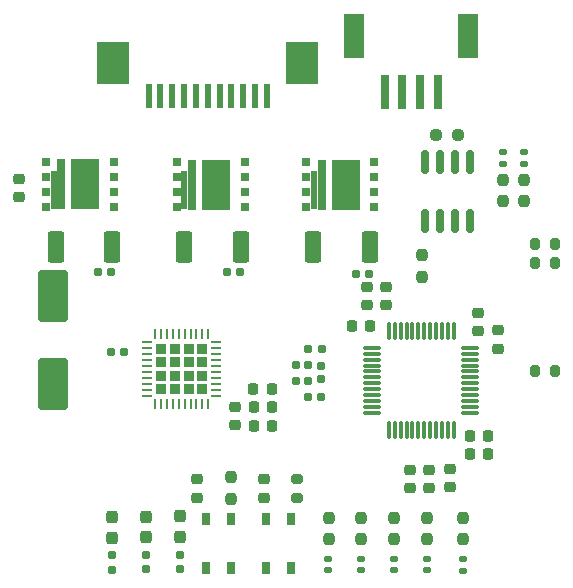
<source format=gtp>
G04 #@! TF.GenerationSoftware,KiCad,Pcbnew,6.0.11-2627ca5db0~126~ubuntu20.04.1*
G04 #@! TF.CreationDate,2024-01-15T23:09:37+09:00*
G04 #@! TF.ProjectId,motor_driver,6d6f746f-725f-4647-9269-7665722e6b69,rev?*
G04 #@! TF.SameCoordinates,Original*
G04 #@! TF.FileFunction,Paste,Top*
G04 #@! TF.FilePolarity,Positive*
%FSLAX46Y46*%
G04 Gerber Fmt 4.6, Leading zero omitted, Abs format (unit mm)*
G04 Created by KiCad (PCBNEW 6.0.11-2627ca5db0~126~ubuntu20.04.1) date 2024-01-15 23:09:37*
%MOMM*%
%LPD*%
G01*
G04 APERTURE LIST*
G04 Aperture macros list*
%AMRoundRect*
0 Rectangle with rounded corners*
0 $1 Rounding radius*
0 $2 $3 $4 $5 $6 $7 $8 $9 X,Y pos of 4 corners*
0 Add a 4 corners polygon primitive as box body*
4,1,4,$2,$3,$4,$5,$6,$7,$8,$9,$2,$3,0*
0 Add four circle primitives for the rounded corners*
1,1,$1+$1,$2,$3*
1,1,$1+$1,$4,$5*
1,1,$1+$1,$6,$7*
1,1,$1+$1,$8,$9*
0 Add four rect primitives between the rounded corners*
20,1,$1+$1,$2,$3,$4,$5,0*
20,1,$1+$1,$4,$5,$6,$7,0*
20,1,$1+$1,$6,$7,$8,$9,0*
20,1,$1+$1,$8,$9,$2,$3,0*%
G04 Aperture macros list end*
%ADD10RoundRect,0.225000X-0.225000X-0.250000X0.225000X-0.250000X0.225000X0.250000X-0.225000X0.250000X0*%
%ADD11RoundRect,0.147500X0.172500X-0.147500X0.172500X0.147500X-0.172500X0.147500X-0.172500X-0.147500X0*%
%ADD12RoundRect,0.250000X-1.000000X1.950000X-1.000000X-1.950000X1.000000X-1.950000X1.000000X1.950000X0*%
%ADD13RoundRect,0.249999X0.450001X1.075001X-0.450001X1.075001X-0.450001X-1.075001X0.450001X-1.075001X0*%
%ADD14RoundRect,0.075000X-0.662500X-0.075000X0.662500X-0.075000X0.662500X0.075000X-0.662500X0.075000X0*%
%ADD15RoundRect,0.075000X-0.075000X-0.662500X0.075000X-0.662500X0.075000X0.662500X-0.075000X0.662500X0*%
%ADD16RoundRect,0.155000X-0.212500X-0.155000X0.212500X-0.155000X0.212500X0.155000X-0.212500X0.155000X0*%
%ADD17RoundRect,0.155000X0.212500X0.155000X-0.212500X0.155000X-0.212500X-0.155000X0.212500X-0.155000X0*%
%ADD18R,0.800000X2.900000*%
%ADD19R,1.800000X3.800000*%
%ADD20RoundRect,0.225000X-0.250000X0.225000X-0.250000X-0.225000X0.250000X-0.225000X0.250000X0.225000X0*%
%ADD21RoundRect,0.160000X0.197500X0.160000X-0.197500X0.160000X-0.197500X-0.160000X0.197500X-0.160000X0*%
%ADD22RoundRect,0.200000X-0.200000X-0.275000X0.200000X-0.275000X0.200000X0.275000X-0.200000X0.275000X0*%
%ADD23RoundRect,0.237500X0.237500X-0.250000X0.237500X0.250000X-0.237500X0.250000X-0.237500X-0.250000X0*%
%ADD24R,0.650000X1.050000*%
%ADD25RoundRect,0.175000X-0.175000X0.200000X-0.175000X-0.200000X0.175000X-0.200000X0.175000X0.200000X0*%
%ADD26R,0.610000X2.000000*%
%ADD27R,2.680000X3.600000*%
%ADD28RoundRect,0.160000X-0.160000X0.197500X-0.160000X-0.197500X0.160000X-0.197500X0.160000X0.197500X0*%
%ADD29RoundRect,0.200000X-0.275000X0.200000X-0.275000X-0.200000X0.275000X-0.200000X0.275000X0.200000X0*%
%ADD30R,0.800000X0.750000*%
%ADD31R,2.400000X4.200000*%
%ADD32R,0.750000X4.200000*%
%ADD33R,0.550000X3.280000*%
%ADD34RoundRect,0.150000X0.150000X-0.825000X0.150000X0.825000X-0.150000X0.825000X-0.150000X-0.825000X0*%
%ADD35RoundRect,0.237500X0.237500X-0.287500X0.237500X0.287500X-0.237500X0.287500X-0.237500X-0.287500X0*%
%ADD36RoundRect,0.237500X-0.250000X-0.237500X0.250000X-0.237500X0.250000X0.237500X-0.250000X0.237500X0*%
%ADD37RoundRect,0.225000X0.250000X-0.225000X0.250000X0.225000X-0.250000X0.225000X-0.250000X-0.225000X0*%
%ADD38RoundRect,0.237500X-0.237500X0.250000X-0.237500X-0.250000X0.237500X-0.250000X0.237500X0.250000X0*%
%ADD39RoundRect,0.147500X-0.172500X0.147500X-0.172500X-0.147500X0.172500X-0.147500X0.172500X0.147500X0*%
%ADD40RoundRect,0.155000X-0.155000X0.212500X-0.155000X-0.212500X0.155000X-0.212500X0.155000X0.212500X0*%
%ADD41RoundRect,0.249999X-0.450001X-1.075001X0.450001X-1.075001X0.450001X1.075001X-0.450001X1.075001X0*%
%ADD42RoundRect,0.225000X0.225000X0.250000X-0.225000X0.250000X-0.225000X-0.250000X0.225000X-0.250000X0*%
%ADD43RoundRect,0.232500X0.232500X0.232500X-0.232500X0.232500X-0.232500X-0.232500X0.232500X-0.232500X0*%
%ADD44RoundRect,0.062500X0.350000X0.062500X-0.350000X0.062500X-0.350000X-0.062500X0.350000X-0.062500X0*%
%ADD45RoundRect,0.062500X0.062500X0.350000X-0.062500X0.350000X-0.062500X-0.350000X0.062500X-0.350000X0*%
G04 APERTURE END LIST*
D10*
X112478000Y-108559600D03*
X114028000Y-108559600D03*
D11*
X124358400Y-123857100D03*
X124358400Y-122887100D03*
D12*
X95504000Y-100694000D03*
X95504000Y-108094000D03*
D13*
X122332000Y-96470380D03*
X117532000Y-96470380D03*
D14*
X122532700Y-105047600D03*
X122532700Y-105547600D03*
X122532700Y-106047600D03*
X122532700Y-106547600D03*
X122532700Y-107047600D03*
X122532700Y-107547600D03*
X122532700Y-108047600D03*
X122532700Y-108547600D03*
X122532700Y-109047600D03*
X122532700Y-109547600D03*
X122532700Y-110047600D03*
X122532700Y-110547600D03*
D15*
X123945200Y-111960100D03*
X124445200Y-111960100D03*
X124945200Y-111960100D03*
X125445200Y-111960100D03*
X125945200Y-111960100D03*
X126445200Y-111960100D03*
X126945200Y-111960100D03*
X127445200Y-111960100D03*
X127945200Y-111960100D03*
X128445200Y-111960100D03*
X128945200Y-111960100D03*
X129445200Y-111960100D03*
D14*
X130857700Y-110547600D03*
X130857700Y-110047600D03*
X130857700Y-109547600D03*
X130857700Y-109047600D03*
X130857700Y-108547600D03*
X130857700Y-108047600D03*
X130857700Y-107547600D03*
X130857700Y-107047600D03*
X130857700Y-106547600D03*
X130857700Y-106047600D03*
X130857700Y-105547600D03*
X130857700Y-105047600D03*
D15*
X129445200Y-103635100D03*
X128945200Y-103635100D03*
X128445200Y-103635100D03*
X127945200Y-103635100D03*
X127445200Y-103635100D03*
X126945200Y-103635100D03*
X126445200Y-103635100D03*
X125945200Y-103635100D03*
X125445200Y-103635100D03*
X124945200Y-103635100D03*
X124445200Y-103635100D03*
X123945200Y-103635100D03*
D10*
X112491000Y-111658400D03*
X114041000Y-111658400D03*
D16*
X121142500Y-98756380D03*
X122277500Y-98756380D03*
D17*
X100427200Y-98653600D03*
X99292200Y-98653600D03*
D18*
X128081600Y-83362800D03*
X126581600Y-83362800D03*
X125081600Y-83362800D03*
X123581600Y-83362800D03*
D19*
X130681600Y-78662800D03*
X120981600Y-78662800D03*
D20*
X129082800Y-115303000D03*
X129082800Y-116853000D03*
D21*
X118276750Y-105105200D03*
X117081750Y-105105200D03*
D22*
X136350400Y-97901600D03*
X138000400Y-97901600D03*
D23*
X135382000Y-92622400D03*
X135382000Y-90797400D03*
D17*
X118195950Y-109169200D03*
X117060950Y-109169200D03*
D24*
X110599800Y-119515885D03*
X110599800Y-123665885D03*
X108449800Y-119515885D03*
X108449800Y-123665885D03*
D25*
X117061650Y-106462200D03*
X116061650Y-106462200D03*
X117061650Y-107812200D03*
X116061650Y-107812200D03*
D23*
X133604000Y-92622400D03*
X133604000Y-90797400D03*
D26*
X113610400Y-83753600D03*
X112610400Y-83753600D03*
X111610400Y-83753600D03*
X110610400Y-83753600D03*
X109610400Y-83753600D03*
X108610400Y-83753600D03*
X107610400Y-83753600D03*
X106610400Y-83753600D03*
X105610400Y-83753600D03*
X104610400Y-83753600D03*
X103610400Y-83753600D03*
D27*
X116600400Y-80953600D03*
X100620400Y-80953600D03*
D28*
X106273600Y-122608400D03*
X106273600Y-123803400D03*
D10*
X130797000Y-112471200D03*
X132347000Y-112471200D03*
D29*
X116128800Y-116116600D03*
X116128800Y-117766600D03*
D30*
X105969400Y-89331800D03*
X105969400Y-90601800D03*
X105969400Y-91871800D03*
X105969400Y-93141800D03*
X111759400Y-93141800D03*
X111759400Y-91871800D03*
X111759400Y-90601800D03*
X111759400Y-89331800D03*
D31*
X109319400Y-91236800D03*
D32*
X107294400Y-91236800D03*
D33*
X106644400Y-91696800D03*
D34*
X126974600Y-94270600D03*
X128244600Y-94270600D03*
X129514600Y-94270600D03*
X130784600Y-94270600D03*
X130784600Y-89320600D03*
X129514600Y-89320600D03*
X128244600Y-89320600D03*
X126974600Y-89320600D03*
D35*
X106273600Y-121056400D03*
X106273600Y-119306400D03*
D23*
X126746000Y-99007300D03*
X126746000Y-97182300D03*
D36*
X127967100Y-87020400D03*
X129792100Y-87020400D03*
D23*
X130200400Y-121261500D03*
X130200400Y-119436500D03*
D20*
X127355600Y-115353800D03*
X127355600Y-116903800D03*
D22*
X136335000Y-96266000D03*
X137985000Y-96266000D03*
D37*
X92654800Y-92316600D03*
X92654800Y-90766600D03*
D38*
X110540800Y-115986985D03*
X110540800Y-117811985D03*
D37*
X131521200Y-103658000D03*
X131521200Y-102108000D03*
D38*
X124374300Y-119434600D03*
X124374300Y-121259600D03*
X127152400Y-119434600D03*
X127152400Y-121259600D03*
D11*
X121564400Y-123882000D03*
X121564400Y-122912000D03*
D39*
X130200400Y-122927900D03*
X130200400Y-123897900D03*
D22*
X136335000Y-106994800D03*
X137985000Y-106994800D03*
D11*
X127152400Y-123880100D03*
X127152400Y-122910100D03*
D30*
X116939800Y-89332980D03*
X116939800Y-90602980D03*
X116939800Y-91872980D03*
X116939800Y-93142980D03*
X122729800Y-93142980D03*
X122729800Y-91872980D03*
X122729800Y-90602980D03*
X122729800Y-89332980D03*
D31*
X120289800Y-91237980D03*
D32*
X118264800Y-91237980D03*
D33*
X117614800Y-91697980D03*
D40*
X118238050Y-106569700D03*
X118238050Y-107704700D03*
D37*
X133146800Y-105118200D03*
X133146800Y-103568200D03*
D35*
X103378000Y-121095800D03*
X103378000Y-119345800D03*
D41*
X106612400Y-96469200D03*
X111412400Y-96469200D03*
D11*
X118821200Y-123882000D03*
X118821200Y-122912000D03*
D10*
X112491000Y-110083600D03*
X114041000Y-110083600D03*
D20*
X107696000Y-116175285D03*
X107696000Y-117725285D03*
D35*
X100533200Y-121107200D03*
X100533200Y-119357200D03*
D42*
X122390200Y-103225600D03*
X120840200Y-103225600D03*
D28*
X103378000Y-122608400D03*
X103378000Y-123803400D03*
D37*
X123698000Y-101447600D03*
X123698000Y-99897600D03*
D20*
X125730000Y-115353800D03*
X125730000Y-116903800D03*
D37*
X110878400Y-111582800D03*
X110878400Y-110032800D03*
D24*
X115679800Y-119515885D03*
X115679800Y-123665885D03*
X113529800Y-119515885D03*
X113529800Y-123665885D03*
D37*
X122123200Y-101447600D03*
X122123200Y-99897600D03*
D41*
X95741200Y-96469200D03*
X100541200Y-96469200D03*
D17*
X111357900Y-98602800D03*
X110222900Y-98602800D03*
D38*
X121564400Y-119436500D03*
X121564400Y-121261500D03*
D43*
X106984800Y-106259600D03*
X108134800Y-105109600D03*
X105834800Y-106259600D03*
X106984800Y-105109600D03*
X108134800Y-106259600D03*
X104684800Y-108559600D03*
X106984800Y-107409600D03*
X105834800Y-107409600D03*
X104684800Y-105109600D03*
X104684800Y-107409600D03*
X105834800Y-105109600D03*
X104684800Y-106259600D03*
X108134800Y-107409600D03*
X105834800Y-108559600D03*
X108134800Y-108559600D03*
X106984800Y-108559600D03*
D44*
X109347300Y-109084600D03*
X109347300Y-108584600D03*
X109347300Y-108084600D03*
X109347300Y-107584600D03*
X109347300Y-107084600D03*
X109347300Y-106584600D03*
X109347300Y-106084600D03*
X109347300Y-105584600D03*
X109347300Y-105084600D03*
X109347300Y-104584600D03*
D45*
X108659800Y-103897100D03*
X108159800Y-103897100D03*
X107659800Y-103897100D03*
X107159800Y-103897100D03*
X106659800Y-103897100D03*
X106159800Y-103897100D03*
X105659800Y-103897100D03*
X105159800Y-103897100D03*
X104659800Y-103897100D03*
X104159800Y-103897100D03*
D44*
X103472300Y-104584600D03*
X103472300Y-105084600D03*
X103472300Y-105584600D03*
X103472300Y-106084600D03*
X103472300Y-106584600D03*
X103472300Y-107084600D03*
X103472300Y-107584600D03*
X103472300Y-108084600D03*
X103472300Y-108584600D03*
X103472300Y-109084600D03*
D45*
X104159800Y-109772100D03*
X104659800Y-109772100D03*
X105159800Y-109772100D03*
X105659800Y-109772100D03*
X106159800Y-109772100D03*
X106659800Y-109772100D03*
X107159800Y-109772100D03*
X107659800Y-109772100D03*
X108159800Y-109772100D03*
X108659800Y-109772100D03*
D30*
X94892800Y-89281000D03*
X94892800Y-90551000D03*
X94892800Y-91821000D03*
X94892800Y-93091000D03*
X100682800Y-93091000D03*
X100682800Y-91821000D03*
X100682800Y-90551000D03*
X100682800Y-89281000D03*
D31*
X98242800Y-91186000D03*
D32*
X96217800Y-91186000D03*
D33*
X95567800Y-91646000D03*
D39*
X135382000Y-88481700D03*
X135382000Y-89451700D03*
X133604000Y-88497600D03*
X133604000Y-89467600D03*
D38*
X118837100Y-119436500D03*
X118837100Y-121261500D03*
D10*
X130797000Y-114046000D03*
X132347000Y-114046000D03*
D20*
X113334800Y-116175285D03*
X113334800Y-117725285D03*
D28*
X100533200Y-122619800D03*
X100533200Y-123814800D03*
D17*
X101557900Y-105410000D03*
X100422900Y-105410000D03*
M02*

</source>
